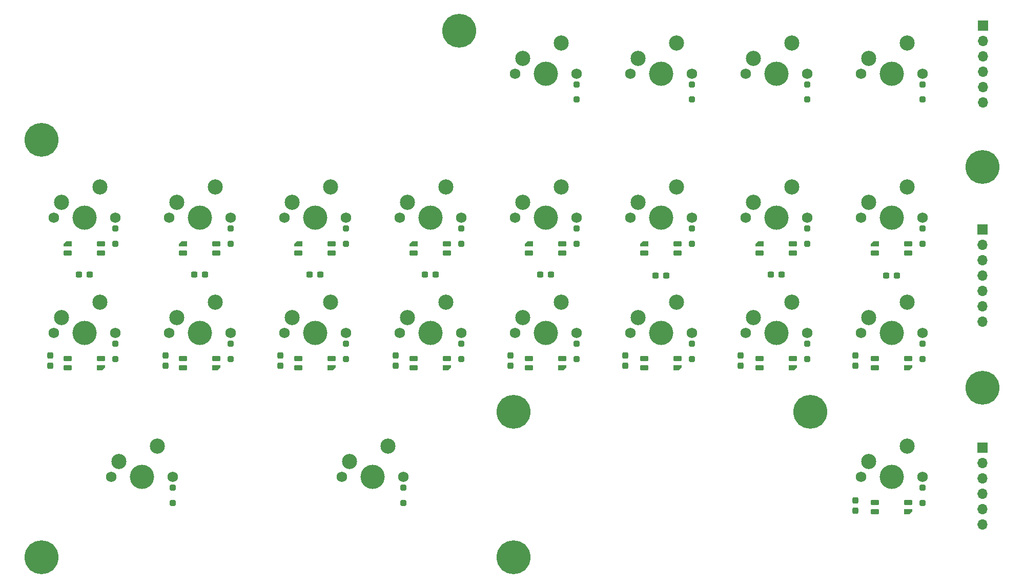
<source format=gbr>
%TF.GenerationSoftware,KiCad,Pcbnew,8.0.8*%
%TF.CreationDate,2025-02-25T14:58:14+00:00*%
%TF.ProjectId,16-steps,31362d73-7465-4707-932e-6b696361645f,rev?*%
%TF.SameCoordinates,Original*%
%TF.FileFunction,Soldermask,Bot*%
%TF.FilePolarity,Negative*%
%FSLAX46Y46*%
G04 Gerber Fmt 4.6, Leading zero omitted, Abs format (unit mm)*
G04 Created by KiCad (PCBNEW 8.0.8) date 2025-02-25 14:58:14*
%MOMM*%
%LPD*%
G01*
G04 APERTURE LIST*
G04 Aperture macros list*
%AMRoundRect*
0 Rectangle with rounded corners*
0 $1 Rounding radius*
0 $2 $3 $4 $5 $6 $7 $8 $9 X,Y pos of 4 corners*
0 Add a 4 corners polygon primitive as box body*
4,1,4,$2,$3,$4,$5,$6,$7,$8,$9,$2,$3,0*
0 Add four circle primitives for the rounded corners*
1,1,$1+$1,$2,$3*
1,1,$1+$1,$4,$5*
1,1,$1+$1,$6,$7*
1,1,$1+$1,$8,$9*
0 Add four rect primitives between the rounded corners*
20,1,$1+$1,$2,$3,$4,$5,0*
20,1,$1+$1,$4,$5,$6,$7,0*
20,1,$1+$1,$6,$7,$8,$9,0*
20,1,$1+$1,$8,$9,$2,$3,0*%
%AMFreePoly0*
4,1,18,-0.410000,0.593000,-0.403758,0.624380,-0.385983,0.650983,-0.359380,0.668758,-0.328000,0.675000,0.328000,0.675000,0.359380,0.668758,0.385983,0.650983,0.403758,0.624380,0.410000,0.593000,0.410000,-0.593000,0.403758,-0.624380,0.385983,-0.650983,0.359380,-0.668758,0.328000,-0.675000,0.000000,-0.675000,-0.410000,-0.265000,-0.410000,0.593000,-0.410000,0.593000,$1*%
G04 Aperture macros list end*
%ADD10C,1.750000*%
%ADD11C,4.000000*%
%ADD12C,2.500000*%
%ADD13C,5.600000*%
%ADD14R,1.700000X1.700000*%
%ADD15O,1.700000X1.700000*%
%ADD16FreePoly0,270.000000*%
%ADD17RoundRect,0.082000X-0.593000X0.328000X-0.593000X-0.328000X0.593000X-0.328000X0.593000X0.328000X0*%
%ADD18RoundRect,0.250000X0.250000X-0.250000X0.250000X0.250000X-0.250000X0.250000X-0.250000X-0.250000X0*%
%ADD19RoundRect,0.237500X-0.300000X-0.237500X0.300000X-0.237500X0.300000X0.237500X-0.300000X0.237500X0*%
%ADD20RoundRect,0.237500X0.237500X-0.300000X0.237500X0.300000X-0.237500X0.300000X-0.237500X-0.300000X0*%
%ADD21FreePoly0,90.000000*%
%ADD22RoundRect,0.082000X0.593000X-0.328000X0.593000X0.328000X-0.593000X0.328000X-0.593000X-0.328000X0*%
G04 APERTURE END LIST*
D10*
%TO.C,SW20*%
X166370000Y-80962500D03*
D11*
X171450000Y-80962500D03*
D10*
X176530000Y-80962500D03*
D12*
X167640000Y-78422500D03*
X173990000Y-75882500D03*
%TD*%
D10*
%TO.C,SW14*%
X52070000Y-80962500D03*
D11*
X57150000Y-80962500D03*
D10*
X62230000Y-80962500D03*
D12*
X53340000Y-78422500D03*
X59690000Y-75882500D03*
%TD*%
D13*
%TO.C,H5*%
X100000000Y-31000000D03*
%TD*%
%TO.C,H2*%
X186500000Y-90000000D03*
%TD*%
D14*
%TO.C,J2*%
X186500000Y-63880000D03*
D15*
X186500000Y-66420000D03*
X186500000Y-68960000D03*
X186500000Y-71500000D03*
X186500000Y-74040000D03*
X186500000Y-76580000D03*
X186500000Y-79120000D03*
%TD*%
D13*
%TO.C,H7*%
X109000000Y-94000000D03*
%TD*%
D10*
%TO.C,SW13*%
X33020000Y-80962500D03*
D11*
X38100000Y-80962500D03*
D10*
X43180000Y-80962500D03*
D12*
X34290000Y-78422500D03*
X40640000Y-75882500D03*
%TD*%
D10*
%TO.C,SW7*%
X71120000Y-61912500D03*
D11*
X76200000Y-61912500D03*
D10*
X81280000Y-61912500D03*
D12*
X72390000Y-59372500D03*
X78740000Y-56832500D03*
%TD*%
D10*
%TO.C,SW15*%
X71120000Y-80962500D03*
D11*
X76200000Y-80962500D03*
D10*
X81280000Y-80962500D03*
D12*
X72390000Y-78422500D03*
X78740000Y-75882500D03*
%TD*%
D10*
%TO.C,SW4*%
X166370000Y-38100000D03*
D11*
X171450000Y-38100000D03*
D10*
X176530000Y-38100000D03*
D12*
X167640000Y-35560000D03*
X173990000Y-33020000D03*
%TD*%
D10*
%TO.C,SW16*%
X90170000Y-80962500D03*
D11*
X95250000Y-80962500D03*
D10*
X100330000Y-80962500D03*
D12*
X91440000Y-78422500D03*
X97790000Y-75882500D03*
%TD*%
D10*
%TO.C,SW2*%
X128270000Y-38100000D03*
D11*
X133350000Y-38100000D03*
D10*
X138430000Y-38100000D03*
D12*
X129540000Y-35560000D03*
X135890000Y-33020000D03*
%TD*%
D10*
%TO.C,SW5*%
X33020000Y-61912500D03*
D11*
X38100000Y-61912500D03*
D10*
X43180000Y-61912500D03*
D12*
X34290000Y-59372500D03*
X40640000Y-56832500D03*
%TD*%
D10*
%TO.C,SW11*%
X147320000Y-61912500D03*
D11*
X152400000Y-61912500D03*
D10*
X157480000Y-61912500D03*
D12*
X148590000Y-59372500D03*
X154940000Y-56832500D03*
%TD*%
D13*
%TO.C,H1*%
X186500000Y-53500000D03*
%TD*%
D10*
%TO.C,SW1*%
X109220000Y-38100000D03*
D11*
X114300000Y-38100000D03*
D10*
X119380000Y-38100000D03*
D12*
X110490000Y-35560000D03*
X116840000Y-33020000D03*
%TD*%
D13*
%TO.C,H6*%
X109000000Y-118000000D03*
%TD*%
%TO.C,H4*%
X31000000Y-49000000D03*
%TD*%
%TO.C,H8*%
X158000000Y-94000000D03*
%TD*%
D10*
%TO.C,SW17*%
X109220000Y-80962500D03*
D11*
X114300000Y-80962500D03*
D10*
X119380000Y-80962500D03*
D12*
X110490000Y-78422500D03*
X116840000Y-75882500D03*
%TD*%
D10*
%TO.C,SW18*%
X128270000Y-80962500D03*
D11*
X133350000Y-80962500D03*
D10*
X138430000Y-80962500D03*
D12*
X129540000Y-78422500D03*
X135890000Y-75882500D03*
%TD*%
D10*
%TO.C,SW12*%
X166370000Y-61912500D03*
D11*
X171450000Y-61912500D03*
D10*
X176530000Y-61912500D03*
D12*
X167640000Y-59372500D03*
X173990000Y-56832500D03*
%TD*%
D10*
%TO.C,SW9*%
X109220000Y-61912500D03*
D11*
X114300000Y-61912500D03*
D10*
X119380000Y-61912500D03*
D12*
X110490000Y-59372500D03*
X116840000Y-56832500D03*
%TD*%
D10*
%TO.C,SW8*%
X90170000Y-61912500D03*
D11*
X95250000Y-61912500D03*
D10*
X100330000Y-61912500D03*
D12*
X91440000Y-59372500D03*
X97790000Y-56832500D03*
%TD*%
D14*
%TO.C,J1*%
X186525000Y-30175000D03*
D15*
X186525000Y-32715000D03*
X186525000Y-35255000D03*
X186525000Y-37795000D03*
X186525000Y-40335000D03*
X186525000Y-42875000D03*
%TD*%
D10*
%TO.C,SW3*%
X147320000Y-38100000D03*
D11*
X152400000Y-38100000D03*
D10*
X157480000Y-38100000D03*
D12*
X148590000Y-35560000D03*
X154940000Y-33020000D03*
%TD*%
D10*
%TO.C,SW19*%
X147320000Y-80962500D03*
D11*
X152400000Y-80962500D03*
D10*
X157480000Y-80962500D03*
D12*
X148590000Y-78422500D03*
X154940000Y-75882500D03*
%TD*%
D10*
%TO.C,SW6*%
X52070000Y-61912500D03*
D11*
X57150000Y-61912500D03*
D10*
X62230000Y-61912500D03*
D12*
X53340000Y-59372500D03*
X59690000Y-56832500D03*
%TD*%
D14*
%TO.C,J3*%
X186500000Y-99920000D03*
D15*
X186500000Y-102460000D03*
X186500000Y-105000000D03*
X186500000Y-107540000D03*
X186500000Y-110080000D03*
X186500000Y-112620000D03*
%TD*%
D10*
%TO.C,SW22*%
X80645000Y-104775000D03*
D11*
X85725000Y-104775000D03*
D10*
X90805000Y-104775000D03*
D12*
X81915000Y-102235000D03*
X88265000Y-99695000D03*
%TD*%
D10*
%TO.C,SW21*%
X42545000Y-104775000D03*
D11*
X47625000Y-104775000D03*
D10*
X52705000Y-104775000D03*
D12*
X43815000Y-102235000D03*
X50165000Y-99695000D03*
%TD*%
D10*
%TO.C,SW10*%
X128270000Y-61912500D03*
D11*
X133350000Y-61912500D03*
D10*
X138430000Y-61912500D03*
D12*
X129540000Y-59372500D03*
X135890000Y-56832500D03*
%TD*%
D10*
%TO.C,SW23*%
X166370000Y-104775000D03*
D11*
X171450000Y-104775000D03*
D10*
X176530000Y-104775000D03*
D12*
X167640000Y-102235000D03*
X173990000Y-99695000D03*
%TD*%
D13*
%TO.C,H3*%
X31000000Y-118000000D03*
%TD*%
D16*
%TO.C,U13*%
X92525000Y-66242500D03*
D17*
X92525000Y-67742500D03*
X97975000Y-67742500D03*
X97975000Y-66242500D03*
%TD*%
D18*
%TO.C,D2*%
X138430000Y-42380000D03*
X138430000Y-39880000D03*
%TD*%
%TO.C,D9*%
X119380000Y-66192500D03*
X119380000Y-63692500D03*
%TD*%
D19*
%TO.C,C12*%
X75337500Y-71337500D03*
X77062500Y-71337500D03*
%TD*%
D16*
%TO.C,U17*%
X168725000Y-66242500D03*
D17*
X168725000Y-67742500D03*
X174175000Y-67742500D03*
X174175000Y-66242500D03*
%TD*%
D16*
%TO.C,U16*%
X149675000Y-66242500D03*
D17*
X149675000Y-67742500D03*
X155125000Y-67742500D03*
X155125000Y-66242500D03*
%TD*%
D18*
%TO.C,D10*%
X138430000Y-66192500D03*
X138430000Y-63692500D03*
%TD*%
%TO.C,D12*%
X176530000Y-66192500D03*
X176530000Y-63692500D03*
%TD*%
D20*
%TO.C,C3*%
X146500000Y-86362500D03*
X146500000Y-84637500D03*
%TD*%
D19*
%TO.C,C10*%
X37237500Y-71337500D03*
X38962500Y-71337500D03*
%TD*%
D21*
%TO.C,U1*%
X174175000Y-110505000D03*
D22*
X174175000Y-109005000D03*
X168725000Y-109005000D03*
X168725000Y-110505000D03*
%TD*%
D18*
%TO.C,D16*%
X100330000Y-85242500D03*
X100330000Y-82742500D03*
%TD*%
D20*
%TO.C,C2*%
X165500000Y-86362500D03*
X165500000Y-84637500D03*
%TD*%
D21*
%TO.C,U8*%
X59875000Y-86692500D03*
D22*
X59875000Y-85192500D03*
X54425000Y-85192500D03*
X54425000Y-86692500D03*
%TD*%
D18*
%TO.C,D22*%
X90805000Y-109055000D03*
X90805000Y-106555000D03*
%TD*%
%TO.C,D7*%
X81280000Y-66192500D03*
X81280000Y-63692500D03*
%TD*%
D19*
%TO.C,C15*%
X132487500Y-71437500D03*
X134212500Y-71437500D03*
%TD*%
D20*
%TO.C,C8*%
X51500000Y-86362500D03*
X51500000Y-84637500D03*
%TD*%
D18*
%TO.C,D1*%
X119380000Y-42380000D03*
X119380000Y-39880000D03*
%TD*%
D19*
%TO.C,C17*%
X170587500Y-71437500D03*
X172312500Y-71437500D03*
%TD*%
%TO.C,C13*%
X94387500Y-71337500D03*
X96112500Y-71337500D03*
%TD*%
D20*
%TO.C,C9*%
X32500000Y-86362500D03*
X32500000Y-84637500D03*
%TD*%
D18*
%TO.C,D21*%
X52705000Y-109055000D03*
X52705000Y-106555000D03*
%TD*%
D16*
%TO.C,U10*%
X35375000Y-66242500D03*
D17*
X35375000Y-67742500D03*
X40825000Y-67742500D03*
X40825000Y-66242500D03*
%TD*%
D19*
%TO.C,C11*%
X56287500Y-71337500D03*
X58012500Y-71337500D03*
%TD*%
D20*
%TO.C,C1*%
X165500000Y-110362500D03*
X165500000Y-108637500D03*
%TD*%
D21*
%TO.C,U5*%
X117025000Y-86692500D03*
D22*
X117025000Y-85192500D03*
X111575000Y-85192500D03*
X111575000Y-86692500D03*
%TD*%
D18*
%TO.C,D6*%
X62230000Y-66192500D03*
X62230000Y-63692500D03*
%TD*%
D20*
%TO.C,C7*%
X70500000Y-86362500D03*
X70500000Y-84637500D03*
%TD*%
D21*
%TO.C,U2*%
X174175000Y-86692500D03*
D22*
X174175000Y-85192500D03*
X168725000Y-85192500D03*
X168725000Y-86692500D03*
%TD*%
D19*
%TO.C,C16*%
X151537500Y-71337500D03*
X153262500Y-71337500D03*
%TD*%
D21*
%TO.C,U4*%
X136075000Y-86692500D03*
D22*
X136075000Y-85192500D03*
X130625000Y-85192500D03*
X130625000Y-86692500D03*
%TD*%
D21*
%TO.C,U6*%
X97975000Y-86692500D03*
D22*
X97975000Y-85192500D03*
X92525000Y-85192500D03*
X92525000Y-86692500D03*
%TD*%
D18*
%TO.C,D19*%
X157480000Y-85242500D03*
X157480000Y-82742500D03*
%TD*%
%TO.C,D17*%
X119380000Y-85242500D03*
X119380000Y-82742500D03*
%TD*%
%TO.C,D4*%
X176530000Y-42380000D03*
X176530000Y-39880000D03*
%TD*%
%TO.C,D20*%
X176530000Y-85242500D03*
X176530000Y-82742500D03*
%TD*%
D16*
%TO.C,U14*%
X111575000Y-66242500D03*
D17*
X111575000Y-67742500D03*
X117025000Y-67742500D03*
X117025000Y-66242500D03*
%TD*%
D18*
%TO.C,D13*%
X43180000Y-85242500D03*
X43180000Y-82742500D03*
%TD*%
D20*
%TO.C,C6*%
X89500000Y-86362500D03*
X89500000Y-84637500D03*
%TD*%
D21*
%TO.C,U3*%
X155125000Y-86692500D03*
D22*
X155125000Y-85192500D03*
X149675000Y-85192500D03*
X149675000Y-86692500D03*
%TD*%
D20*
%TO.C,C4*%
X127500000Y-86362500D03*
X127500000Y-84637500D03*
%TD*%
D16*
%TO.C,U12*%
X73475000Y-66242500D03*
D17*
X73475000Y-67742500D03*
X78925000Y-67742500D03*
X78925000Y-66242500D03*
%TD*%
D18*
%TO.C,D15*%
X81280000Y-85242500D03*
X81280000Y-82742500D03*
%TD*%
%TO.C,D11*%
X157480000Y-66192500D03*
X157480000Y-63692500D03*
%TD*%
%TO.C,D3*%
X157480000Y-42380000D03*
X157480000Y-39880000D03*
%TD*%
D20*
%TO.C,C5*%
X108500000Y-86362500D03*
X108500000Y-84637500D03*
%TD*%
D16*
%TO.C,U11*%
X54425000Y-66242500D03*
D17*
X54425000Y-67742500D03*
X59875000Y-67742500D03*
X59875000Y-66242500D03*
%TD*%
D16*
%TO.C,U15*%
X130625000Y-66242500D03*
D17*
X130625000Y-67742500D03*
X136075000Y-67742500D03*
X136075000Y-66242500D03*
%TD*%
D18*
%TO.C,D14*%
X62230000Y-85242500D03*
X62230000Y-82742500D03*
%TD*%
%TO.C,D5*%
X43180000Y-66192500D03*
X43180000Y-63692500D03*
%TD*%
%TO.C,D8*%
X100330000Y-66192500D03*
X100330000Y-63692500D03*
%TD*%
%TO.C,D18*%
X138430000Y-85242500D03*
X138430000Y-82742500D03*
%TD*%
%TO.C,D23*%
X176530000Y-109055000D03*
X176530000Y-106555000D03*
%TD*%
D19*
%TO.C,C14*%
X113437500Y-71337500D03*
X115162500Y-71337500D03*
%TD*%
D21*
%TO.C,U9*%
X40825000Y-86692500D03*
D22*
X40825000Y-85192500D03*
X35375000Y-85192500D03*
X35375000Y-86692500D03*
%TD*%
D21*
%TO.C,U7*%
X78925000Y-86692500D03*
D22*
X78925000Y-85192500D03*
X73475000Y-85192500D03*
X73475000Y-86692500D03*
%TD*%
M02*

</source>
